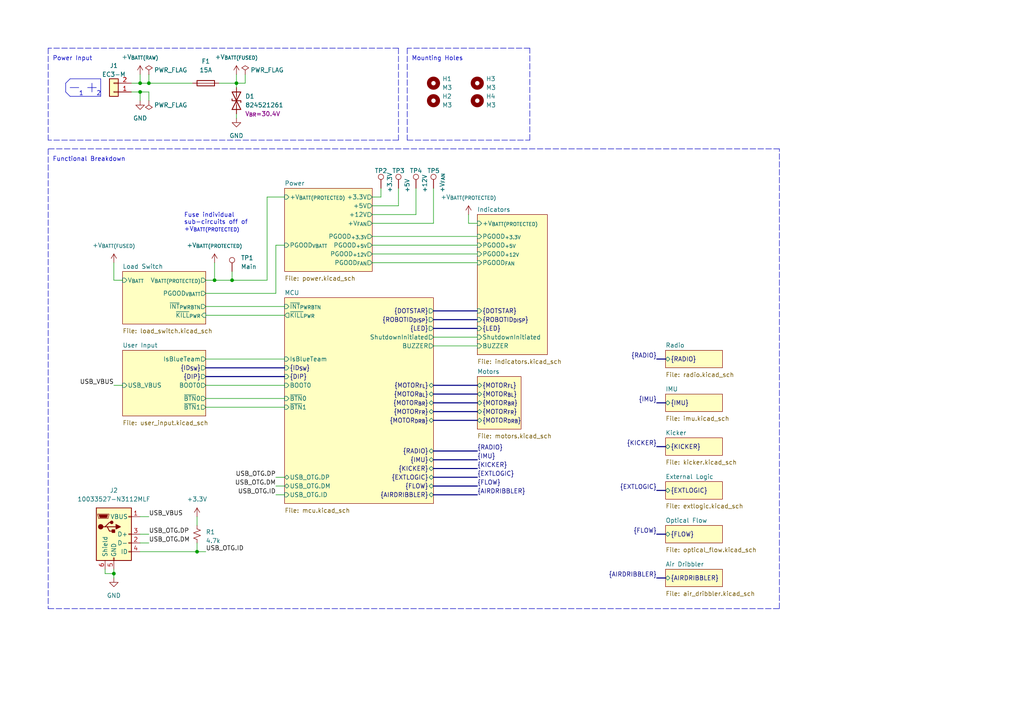
<source format=kicad_sch>
(kicad_sch (version 20230121) (generator eeschema)
  (paper "A4")
  (title_block (title "Control") (date "2023-02-21") (rev "1.0.0") (company "The A-Team (RC SSL)") (comment 1 "W. Stuckey & R. Osawa"))
  (lib_symbols
    (symbol "AT-Supplies:+V_{BATT(FUSED)}" (power) (pin_names (offset 0)) (in_bom no) (on_board no)
      (property "Value" "+V_{BATT(FUSED)}" (at 0 5.08 0))
      (symbol "+V_{BATT(FUSED)}_0_1"
        (polyline (pts (xy -0.76 1.27) (xy 0.002 2.54)))
        (polyline (pts (xy 0.002 0) (xy 0.002 2.54)))
        (polyline (pts (xy 0.002 2.54) (xy 0.764 1.27)))
      )
      (symbol "+V_{BATT(FUSED)}_1_1"
        (pin power_in line (at 0 0 90) (length 0) hide (name "+V_{BATT(FUSED)}") (number "1"))
      )
    )
    (symbol "AT-Supplies:+V_{BATT(PROTECTED)}" (power) (pin_names (offset 0)) (in_bom no) (on_board no)
      (property "Value" "+V_{BATT(PROTECTED)}" (at 0 5.08 0))
      (symbol "+V_{BATT(PROTECTED)}_0_1"
        (polyline (pts (xy -0.76 1.27) (xy 0.002 2.54)))
        (polyline (pts (xy 0.002 0) (xy 0.002 2.54)))
        (polyline (pts (xy 0.002 2.54) (xy 0.764 1.27)))
      )
      (symbol "+V_{BATT(PROTECTED)}_1_1"
        (pin power_in line (at 0 0 90) (length 0) hide (name "+V_{BATT(PROTECTED)}") (number "1"))
      )
    )
    (symbol "AT-Supplies:+V_{BATT(RAW)}" (power) (pin_names (offset 0)) (in_bom no) (on_board no)
      (property "Value" "+V_{BATT(RAW)}" (at 0 5.08 0))
      (symbol "+V_{BATT(RAW)}_0_1"
        (polyline (pts (xy -0.76 1.27) (xy 0.002 2.54)))
        (polyline (pts (xy 0.002 0) (xy 0.002 2.54)))
        (polyline (pts (xy 0.002 2.54) (xy 0.764 1.27)))
      )
      (symbol "+V_{BATT(RAW)}_1_1"
        (pin power_in line (at 0 0 90) (length 0) hide (name "+V_{BATT(RAW)}") (number "1"))
      )
    )
    (symbol "Connector:TestPoint" (pin_numbers hide) (pin_names (offset 0.762) hide)
      (property "Reference" "TP" (at 0 6.858 0))
      (property "Value" "TestPoint" (at 0 5.08 0))
      (symbol "TestPoint_0_1"
        (circle (center 0 3.302) (radius 0.762))
      )
      (symbol "TestPoint_1_1"
        (pin passive line (at 0 0 90) (length 2.54) (name "1") (number "1"))
      )
    )
    (symbol "Connector:USB_OTG" (pin_names (offset 1.016))
      (property "Reference" "J" (at -5.08 11.43 0))
      (property "Value" "USB_OTG" (at -5.08 8.89 0))
      (symbol "USB_OTG_0_1"
        (rectangle (start -5.08 -7.62) (end 5.08 7.62) (stroke (width 0.254)) (fill (type background)))
        (circle (center -3.81 2.159) (radius 0.635) (stroke (width 0.254)) (fill (type outline)))
        (circle (center -0.635 3.429) (radius 0.381) (stroke (width 0.254)) (fill (type outline)))
        (rectangle (start -0.127 -7.62) (end 0.127 -6.858))
        (polyline (pts (xy -1.905 2.159) (xy 0.635 2.159)) (stroke (width 0.254)))
        (polyline (pts (xy -3.175 2.159) (xy -2.54 2.159) (xy -1.27 3.429) (xy -0.635 3.429)) (stroke (width 0.254)))
        (polyline (pts (xy -2.54 2.159) (xy -1.905 2.159) (xy -1.27 0.889) (xy 0 0.889)) (stroke (width 0.254)))
        (polyline (pts (xy 0.635 2.794) (xy 0.635 1.524) (xy 1.905 2.159) (xy 0.635 2.794)) (stroke (width 0.254)) (fill (type outline)))
        (polyline (pts (xy -4.318 5.588) (xy -1.778 5.588) (xy -2.032 4.826) (xy -4.064 4.826) (xy -4.318 5.588)) (fill (type outline)))
        (polyline (pts (xy -4.699 5.842) (xy -4.699 5.588) (xy -4.445 4.826) (xy -4.445 4.572) (xy -1.651 4.572) (xy -1.651 4.826) (xy -1.397 5.588) (xy -1.397 5.842) (xy -4.699 5.842)))
        (rectangle (start 0.254 1.27) (end -0.508 0.508) (stroke (width 0.254)) (fill (type outline)))
        (rectangle (start 5.08 -5.207) (end 4.318 -4.953))
        (rectangle (start 5.08 -2.667) (end 4.318 -2.413))
        (rectangle (start 5.08 -0.127) (end 4.318 0.127))
        (rectangle (start 5.08 4.953) (end 4.318 5.207))
      )
      (symbol "USB_OTG_1_1"
        (pin passive line (at 7.62 5.08 180) (length 2.54) (name "VBUS") (number "1"))
        (pin bidirectional line (at 7.62 -2.54 180) (length 2.54) (name "D-") (number "2"))
        (pin bidirectional line (at 7.62 0 180) (length 2.54) (name "D+") (number "3"))
        (pin passive line (at 7.62 -5.08 180) (length 2.54) (name "ID") (number "4"))
        (pin passive line (at 0 -10.16 90) (length 2.54) (name "GND") (number "5"))
        (pin passive line (at -2.54 -10.16 90) (length 2.54) (name "Shield") (number "6"))
      )
    )
    (symbol "Connector_Generic:Conn_01x02" (pin_names (offset 1.016) hide)
      (property "Reference" "J" (at 0 2.54 0))
      (property "Value" "Conn_01x02" (at 0 -5.08 0))
      (symbol "Conn_01x02_1_1"
        (rectangle (start -1.27 -2.413) (end 0 -2.667) (stroke (width 0.1524)))
        (rectangle (start -1.27 0.127) (end 0 -0.127) (stroke (width 0.1524)))
        (rectangle (start -1.27 1.27) (end 1.27 -3.81) (stroke (width 0.254)) (fill (type background)))
        (pin passive line (at -5.08 0 0) (length 3.81) (name "Pin_1") (number "1"))
        (pin passive line (at -5.08 -2.54 0) (length 3.81) (name "Pin_2") (number "2"))
      )
    )
    (symbol "Device:D_TVS" (pin_numbers hide) (pin_names (offset 1.016) hide)
      (property "Reference" "D" (at 0 2.54 0))
      (property "Value" "D_TVS" (at 0 -2.54 0))
      (symbol "D_TVS_0_1"
        (polyline (pts (xy 1.27 0) (xy -1.27 0)))
        (polyline (pts (xy 0.508 1.27) (xy 0 1.27) (xy 0 -1.27) (xy -0.508 -1.27)) (stroke (width 0.254)))
        (polyline (pts (xy -2.54 1.27) (xy -2.54 -1.27) (xy 2.54 1.27) (xy 2.54 -1.27) (xy -2.54 1.27)) (stroke (width 0.254)))
      )
      (symbol "D_TVS_1_1"
        (pin passive line (at -3.81 0 0) (length 2.54) (name "A1") (number "1"))
        (pin passive line (at 3.81 0 180) (length 2.54) (name "A2") (number "2"))
      )
    )
    (symbol "Device:Fuse" (pin_numbers hide) (pin_names (offset 0))
      (property "Reference" "F" (at 2.032 0 90))
      (property "Value" "Fuse" (at -1.905 0 90))
      (symbol "Fuse_0_1"
        (rectangle (start -0.762 -2.54) (end 0.762 2.54) (stroke (width 0.254)))
        (polyline (pts (xy 0 2.54) (xy 0 -2.54)))
      )
      (symbol "Fuse_1_1"
        (pin passive line (at 0 3.81 270) (length 1.27) (name "~") (number "1"))
        (pin passive line (at 0 -3.81 90) (length 1.27) (name "~") (number "2"))
      )
    )
    (symbol "Device:R_Small_US" (pin_numbers hide) (pin_names (offset 0.254) hide)
      (property "Reference" "R" (at 0.762 0.508 0))
      (property "Value" "R_Small_US" (at 0.762 -1.016 0))
      (symbol "R_Small_US_1_1"
        (polyline (pts (xy 0 0) (xy 1.016 -0.381) (xy 0 -0.762) (xy -1.016 -1.143) (xy 0 -1.524)))
        (polyline (pts (xy 0 1.524) (xy 1.016 1.143) (xy 0 0.762) (xy -1.016 0.381) (xy 0 0)))
        (pin passive line (at 0 2.54 270) (length 1.016) (name "~") (number "1"))
        (pin passive line (at 0 -2.54 90) (length 1.016) (name "~") (number "2"))
      )
    )
    (symbol "Mechanical:MountingHole" (pin_names (offset 1.016))
      (property "Reference" "H" (at 0 5.08 0))
      (property "Value" "MountingHole" (at 0 3.175 0))
      (symbol "MountingHole_0_1"
        (circle (center 0 0) (radius 1.27) (stroke (width 1.27)))
      )
    )
    (symbol "power:+3.3V" (power) (pin_names (offset 0))
      (property "Value" "+3.3V" (at 0 3.556 0))
      (symbol "+3.3V_0_1"
        (polyline (pts (xy -0.762 1.27) (xy 0 2.54)))
        (polyline (pts (xy 0 0) (xy 0 2.54)))
        (polyline (pts (xy 0 2.54) (xy 0.762 1.27)))
      )
      (symbol "+3.3V_1_1"
        (pin power_in line (at 0 0 90) (length 0) hide (name "+3.3V") (number "1"))
      )
    )
    (symbol "power:GND" (power) (pin_names (offset 0))
      (property "Value" "GND" (at 0 -3.81 0))
      (symbol "GND_0_1"
        (polyline (pts (xy 0 0) (xy 0 -1.27) (xy 1.27 -1.27) (xy 0 -2.54) (xy -1.27 -1.27) (xy 0 -1.27)))
      )
      (symbol "GND_1_1"
        (pin power_in line (at 0 0 270) (length 0) hide (name "GND") (number "1"))
      )
    )
    (symbol "power:PWR_FLAG" (power) (pin_numbers hide) (pin_names (offset 0) hide)
      (property "Value" "PWR_FLAG" (at 0 3.81 0))
      (symbol "PWR_FLAG_0_0"
        (pin power_out line (at 0 0 90) (length 0) (name "pwr") (number "1"))
      )
      (symbol "PWR_FLAG_0_1"
        (polyline (pts (xy 0 0) (xy 0 1.27) (xy -1.016 1.905) (xy 0 2.54) (xy 1.016 1.905) (xy 0 1.27)))
      )
    )
  )
  (bus_alias "FLOW" (members "FLOW.TX" "FLOW.RX" "FLOW.BOOT0" "FLOW.~{RST}" "FLOW.~{DET}"))
  (bus_alias "SDMMC" (members "SDMMC.CMD" "SDMMC.D0" "SDMMC.D1" "SDMMC.D2" "SDMMC.D3" "SDMMC.CK"))
  (bus_alias "KICKER" (members "KICKER.~{DET}" "KICKER.PWRON" "KICKER.TX" "KICKER.RX" "KICKER.BOOT0" "KICKER.~{RST}"))
  (bus_alias "EXTLOGIC" (members "EXTLOGIC.TX" "EXTLOGIC.RX" "EXTLOGIC.CK" "EXTLOGIC.NSS" "EXTLOGIC.~{DET}"))
  (bus_alias "IMU" (members "IMU.~{SS}1" "IMU.~{SS}2" "IMU.~{SS}3" "IMU.MOSI" "IMU.MISO" "IMU.SCK" "IMU.INT1" "IMU.INT2" "IMU.~{DET}"))
  (bus_alias "RADIO" (members "RADIO.~{RST}" "RADIO.BOOT0" "RADIO.TX" "RADIO.RX" "RADIO.CTS" "RADIO.RTS" "RADIO.~{DET}"))
  (junction (at 40.64 24.13))
  (junction (at 68.58 24.13))
  (junction (at 33.02 166.37))
  (junction (at 40.64 26.67))
  (junction (at 67.31 81.28))
  (junction (at 43.18 24.13))
  (junction (at 62.23 81.28))
  (junction (at 57.15 160.02))
  (wire (pts (xy 62.23 81.28) (xy 67.31 81.28)))
  (polyline (pts (xy 115.57 13.97) (xy 115.57 40.64)) (stroke (width 0) (type dash)))
  (wire (pts (xy 135.89 64.77) (xy 135.89 62.23)))
  (polyline (pts (xy 29.21 22.86) (xy 20.32 22.86)) (stroke (width 0) (type solid)))
  (wire (pts (xy 59.69 111.76) (xy 82.55 111.76)))
  (polyline (pts (xy 226.06 43.18) (xy 13.97 43.18)) (stroke (width 0) (type dash)))
  (wire (pts (xy 57.15 157.48) (xy 57.15 160.02)))
  (bus (pts (xy 125.73 95.25) (xy 138.43 95.25)))
  (polyline (pts (xy 19.05 26.67) (xy 20.32 27.94)) (stroke (width 0) (type solid)))
  (wire (pts (xy 40.64 21.59) (xy 40.64 24.13)))
  (wire (pts (xy 80.01 71.12) (xy 82.55 71.12)))
  (wire (pts (xy 33.02 166.37) (xy 33.02 167.64)))
  (bus (pts (xy 125.73 119.38) (xy 138.43 119.38)))
  (polyline (pts (xy 115.57 13.97) (xy 13.97 13.97)) (stroke (width 0) (type dash)))
  (bus (pts (xy 125.73 130.81) (xy 138.43 130.81)))
  (bus (pts (xy 125.73 90.17) (xy 138.43 90.17)))
  (bus (pts (xy 59.69 109.22) (xy 82.55 109.22)))
  (wire (pts (xy 68.58 21.59) (xy 68.58 24.13)))
  (wire (pts (xy 107.95 59.69) (xy 115.57 59.69)))
  (polyline (pts (xy 13.97 13.97) (xy 13.97 40.64)) (stroke (width 0) (type dash)))
  (polyline (pts (xy 153.67 13.97) (xy 118.11 13.97)) (stroke (width 0) (type dash)))
  (wire (pts (xy 38.1 24.13) (xy 40.64 24.13)))
  (wire (pts (xy 35.56 111.76) (xy 33.02 111.76)))
  (wire (pts (xy 82.55 57.15) (xy 77.47 57.15)))
  (bus (pts (xy 190.5 142.24) (xy 193.04 142.24)))
  (bus (pts (xy 125.73 133.35) (xy 138.43 133.35)))
  (wire (pts (xy 80.01 138.43) (xy 82.55 138.43)))
  (wire (pts (xy 43.18 29.21) (xy 43.18 26.67)))
  (wire (pts (xy 43.18 21.59) (xy 43.18 24.13)))
  (wire (pts (xy 125.73 97.79) (xy 138.43 97.79)))
  (polyline (pts (xy 115.57 40.64) (xy 13.97 40.64)) (stroke (width 0) (type dash)))
  (wire (pts (xy 40.64 160.02) (xy 57.15 160.02)))
  (wire (pts (xy 38.1 26.67) (xy 40.64 26.67)))
  (wire (pts (xy 40.64 149.86) (xy 43.18 149.86)))
  (wire (pts (xy 67.31 81.28) (xy 77.47 81.28)))
  (wire (pts (xy 107.95 62.23) (xy 120.65 62.23)))
  (wire (pts (xy 107.95 71.12) (xy 138.43 71.12)))
  (wire (pts (xy 107.95 73.66) (xy 138.43 73.66)))
  (polyline (pts (xy 153.67 40.64) (xy 153.67 13.97)) (stroke (width 0) (type dash)))
  (wire (pts (xy 80.01 140.97) (xy 82.55 140.97)))
  (wire (pts (xy 40.64 26.67) (xy 40.64 29.21)))
  (bus (pts (xy 125.73 138.43) (xy 138.43 138.43)))
  (wire (pts (xy 59.69 115.57) (xy 82.55 115.57)))
  (polyline (pts (xy 13.97 176.53) (xy 226.06 176.53)) (stroke (width 0) (type dash)))
  (bus (pts (xy 125.73 111.76) (xy 138.43 111.76)))
  (wire (pts (xy 63.5 24.13) (xy 68.58 24.13)))
  (wire (pts (xy 43.18 24.13) (xy 55.88 24.13)))
  (wire (pts (xy 59.69 160.02) (xy 57.15 160.02)))
  (polyline (pts (xy 22.86 25.4) (xy 20.32 25.4)) (stroke (width 0) (type solid)))
  (wire (pts (xy 62.23 76.2) (xy 62.23 81.28)))
  (bus (pts (xy 125.73 140.97) (xy 138.43 140.97)))
  (wire (pts (xy 40.64 24.13) (xy 43.18 24.13)))
  (wire (pts (xy 33.02 76.2) (xy 33.02 81.28)))
  (polyline (pts (xy 26.67 24.13) (xy 26.67 26.67)) (stroke (width 0) (type solid)))
  (wire (pts (xy 125.73 100.33) (xy 138.43 100.33)))
  (wire (pts (xy 71.12 21.59) (xy 71.12 24.13)))
  (bus (pts (xy 125.73 92.71) (xy 138.43 92.71)))
  (wire (pts (xy 59.69 118.11) (xy 82.55 118.11)))
  (bus (pts (xy 190.5 116.84) (xy 193.04 116.84)))
  (wire (pts (xy 80.01 85.09) (xy 80.01 71.12)))
  (wire (pts (xy 77.47 57.15) (xy 77.47 81.28)))
  (wire (pts (xy 138.43 64.77) (xy 135.89 64.77)))
  (wire (pts (xy 59.69 88.9) (xy 82.55 88.9)))
  (wire (pts (xy 30.48 165.1) (xy 30.48 166.37)))
  (polyline (pts (xy 29.21 27.94) (xy 20.32 27.94)) (stroke (width 0) (type solid)))
  (polyline (pts (xy 20.32 22.86) (xy 19.05 24.13)) (stroke (width 0) (type solid)))
  (wire (pts (xy 107.95 64.77) (xy 125.73 64.77)))
  (wire (pts (xy 59.69 91.44) (xy 82.55 91.44)))
  (wire (pts (xy 115.57 59.69) (xy 115.57 54.61)))
  (bus (pts (xy 125.73 135.89) (xy 138.43 135.89)))
  (wire (pts (xy 40.64 26.67) (xy 43.18 26.67)))
  (bus (pts (xy 193.04 167.64) (xy 190.5 167.64)))
  (wire (pts (xy 30.48 166.37) (xy 33.02 166.37)))
  (polyline (pts (xy 13.97 43.18) (xy 13.97 176.53)) (stroke (width 0) (type dash)))
  (wire (pts (xy 68.58 33.02) (xy 68.58 34.29)))
  (wire (pts (xy 110.49 54.61) (xy 110.49 57.15)))
  (wire (pts (xy 107.95 57.15) (xy 110.49 57.15)))
  (polyline (pts (xy 118.11 13.97) (xy 118.11 40.64)) (stroke (width 0) (type dash)))
  (wire (pts (xy 71.12 24.13) (xy 68.58 24.13)))
  (wire (pts (xy 43.18 157.48) (xy 40.64 157.48)))
  (bus (pts (xy 59.69 106.68) (xy 82.55 106.68)))
  (wire (pts (xy 107.95 76.2) (xy 138.43 76.2)))
  (polyline (pts (xy 29.21 22.86) (xy 29.21 27.94)) (stroke (width 0) (type solid)))
  (wire (pts (xy 107.95 68.58) (xy 138.43 68.58)))
  (bus (pts (xy 125.73 116.84) (xy 138.43 116.84)))
  (bus (pts (xy 125.73 121.92) (xy 138.43 121.92)))
  (wire (pts (xy 43.18 154.94) (xy 40.64 154.94)))
  (wire (pts (xy 80.01 143.51) (xy 82.55 143.51)))
  (bus (pts (xy 125.73 143.51) (xy 138.43 143.51)))
  (wire (pts (xy 33.02 81.28) (xy 35.56 81.28)))
  (bus (pts (xy 125.73 114.3) (xy 138.43 114.3)))
  (bus (pts (xy 190.5 129.54) (xy 193.04 129.54)))
  (wire (pts (xy 57.15 149.86) (xy 57.15 152.4)))
  (bus (pts (xy 190.5 154.94) (xy 193.04 154.94)))
  (wire (pts (xy 67.31 78.74) (xy 67.31 81.28)))
  (polyline (pts (xy 118.11 40.64) (xy 153.67 40.64)) (stroke (width 0) (type dash)))
  (bus (pts (xy 190.5 104.14) (xy 193.04 104.14)))
  (polyline (pts (xy 27.94 25.4) (xy 25.4 25.4)) (stroke (width 0) (type solid)))
  (wire (pts (xy 125.73 64.77) (xy 125.73 54.61)))
  (wire (pts (xy 59.69 85.09) (xy 80.01 85.09)))
  (polyline (pts (xy 226.06 176.53) (xy 226.06 43.18)) (stroke (width 0) (type dash)))
  (wire (pts (xy 33.02 166.37) (xy 33.02 165.1)))
  (polyline (pts (xy 19.05 24.13) (xy 19.05 26.67)) (stroke (width 0) (type solid)))
  (wire (pts (xy 59.69 104.14) (xy 82.55 104.14)))
  (wire (pts (xy 59.69 81.28) (xy 62.23 81.28)))
  (wire (pts (xy 120.65 62.23) (xy 120.65 54.61)))
  (wire (pts (xy 68.58 25.4) (xy 68.58 24.13)))
  (text "Fuse individual\nsub-circuits off of\n+V_{BATT(PROTECTED)}" (at 53.34 67.31 0) (effects (font (size 1.27 1.27)) (justify left bottom)))
  (text "Functional Breakdown" (at 15.24 46.99 0) (effects (font (size 1.27 1.27)) (justify left bottom)))
  (text "2" (at 27.94 27.94 0) (effects (font (size 1.27 1.27)) (justify left bottom)))
  (text "1" (at 22.86 27.94 0) (effects (font (size 1.27 1.27)) (justify left bottom)))
  (text "Mounting Holes" (at 119.38 17.78 0) (effects (font (size 1.27 1.27)) (justify left bottom)))
  (text "Power Input" (at 15.24 17.78 0) (effects (font (size 1.27 1.27)) (justify left bottom)))
  (label "USB_OTG.DM" (at 43.18 157.48 0))
  (label "USB_VBUS" (at 43.18 149.86 0))
  (label "{AIRDRIBBLER}" (at 190.5 167.64 180))
  (label "USB_OTG.DM" (at 80.01 140.97 180))
  (label "USB_OTG.ID" (at 59.69 160.02 0))
  (label "{IMU}" (at 190.5 116.84 180))
  (label "{IMU}" (at 138.43 133.35 0))
  (label "{AIRDRIBBLER}" (at 138.43 143.51 0))
  (label "{FLOW}" (at 190.5 154.94 180))
  (label "{EXTLOGIC}" (at 190.5 142.24 180))
  (label "USB_OTG.ID" (at 80.01 143.51 180))
  (label "{RADIO}" (at 138.43 130.81 0))
  (label "{KICKER}" (at 138.43 135.89 0))
  (label "USB_VBUS" (at 33.02 111.76 180))
  (label "{EXTLOGIC}" (at 138.43 138.43 0))
  (label "USB_OTG.DP" (at 43.18 154.94 0))
  (label "USB_OTG.DP" (at 80.01 138.43 180))
  (label "{KICKER}" (at 190.5 129.54 180))
  (label "{RADIO}" (at 190.5 104.14 180))
  (label "{FLOW}" (at 138.43 140.97 0))
  (symbol (lib_id "Connector:USB_OTG") (at 33.02 154.94 0) (unit 1)
    (property "Reference" "J2" (at 33.02 142.24 0))
    (property "Value" "10033527-N3112MLF" (at 33.02 144.78 0))
    (property "Footprint" "AT-Connectors:10033527-N3112MLF" (effects hide))
    (property "Datasheet" " ~" (effects hide))
  )
  (symbol (lib_id "Connector:TestPoint") (at 67.31 78.74 0) (mirror y) (unit 1) (in_bom no)
    (property "Reference" "TP1" (at 69.85 74.803 0) (effects (justify right)))
    (property "Value" "Main" (at 69.85 77.343 0) (effects (justify right)))
    (property "Footprint" "TestPoint:TestPoint_THTPad_1.0x1.0mm_Drill0.5mm" (effects hide))
  )
  (symbol (lib_id "Mechanical:MountingHole") (at 125.73 24.13 0) (unit 1) (in_bom no)
    (property "Reference" "H1" (at 128.27 22.8599 0) (effects (justify left)))
    (property "Value" "M3" (at 128.27 25.3999 0) (effects (justify left)))
    (property "Footprint" "MountingHole:MountingHole_3.2mm_M3" (effects hide))
  )
  (symbol (lib_id "Connector_Generic:Conn_01x02") (at 33.02 26.67 180) (unit 1) (in_bom no)
    (property "Reference" "J1" (at 33.02 19.05 0))
    (property "Value" "EC3-M" (at 33.02 21.59 0))
    (property "Footprint" "AT-Connectors:XT60-M_TH_WireMount" (effects hide))
  )
  (symbol (lib_id "Device:R_Small_US") (at 57.15 154.94 0) (unit 1)
    (property "Reference" "R1" (at 59.69 154.305 0) (effects (justify left)))
    (property "Value" "4.7k" (at 59.69 156.845 0) (effects (justify left)))
    (property "Footprint" "Resistor_SMD:R_0402_1005Metric" (effects hide))
  )
  (symbol (lib_id "Connector:TestPoint") (at 120.65 54.61 0) (mirror y) (unit 1) (in_bom no)
    (property "Reference" "TP4" (at 120.65 49.53 0))
    (property "Value" "+12V" (at 123.19 55.88 90) (effects (justify left)))
    (property "Footprint" "TestPoint:TestPoint_THTPad_1.0x1.0mm_Drill0.5mm" (effects hide))
  )
  (symbol (lib_id "Mechanical:MountingHole") (at 125.73 29.21 0) (unit 1) (in_bom no)
    (property "Reference" "H2" (at 128.27 27.9399 0) (effects (justify left)))
    (property "Value" "M3" (at 128.27 30.4799 0) (effects (justify left)))
    (property "Footprint" "MountingHole:MountingHole_3.2mm_M3" (effects hide))
  )
  (symbol (lib_id "Connector:TestPoint") (at 115.57 54.61 0) (mirror y) (unit 1) (in_bom no)
    (property "Reference" "TP3" (at 115.57 49.53 0))
    (property "Value" "+5V" (at 118.11 55.88 90) (effects (justify left)))
    (property "Footprint" "TestPoint:TestPoint_THTPad_1.0x1.0mm_Drill0.5mm" (effects hide))
  )
  (symbol (lib_id "AT-Supplies:+V_{BATT(FUSED)}") (at 33.02 76.2 0) (unit 1) (in_bom no) (on_board no)
    (property "Reference" "#PWR01" (effects hide))
    (property "Value" "+V_{BATT(FUSED)}" (at 33.022 71.12 0))
  )
  (symbol (lib_id "power:GND") (at 40.64 29.21 0) (unit 1)
    (property "Reference" "#PWR04" (effects hide))
    (property "Value" "GND" (at 40.64 34.29 0))
  )
  (symbol (lib_id "AT-Supplies:+V_{BATT(RAW)}") (at 40.64 21.59 0) (unit 1) (in_bom no) (on_board no)
    (property "Reference" "#PWR03" (effects hide))
    (property "Value" "+V_{BATT(RAW)}" (at 40.642 16.51 0))
  )
  (symbol (lib_id "Mechanical:MountingHole") (at 138.43 29.21 0) (unit 1) (in_bom no)
    (property "Reference" "H4" (at 140.97 27.9399 0) (effects (justify left)))
    (property "Value" "M3" (at 140.97 30.4799 0) (effects (justify left)))
    (property "Footprint" "MountingHole:MountingHole_3.2mm_M3" (effects hide))
  )
  (symbol (lib_id "Connector:TestPoint") (at 110.49 54.61 0) (mirror y) (unit 1) (in_bom no)
    (property "Reference" "TP2" (at 110.49 49.53 0))
    (property "Value" "+3.3V" (at 113.03 55.88 90) (effects (justify left)))
    (property "Footprint" "TestPoint:TestPoint_THTPad_1.0x1.0mm_Drill0.5mm" (effects hide))
  )
  (symbol (lib_id "AT-Supplies:+V_{BATT(PROTECTED)}") (at 62.23 76.2 0) (unit 1) (in_bom no) (on_board no)
    (property "Reference" "#PWR06" (effects hide))
    (property "Value" "+V_{BATT(PROTECTED)}" (at 62.232 71.12 0))
  )
  (symbol (lib_id "Connector:TestPoint") (at 125.73 54.61 0) (mirror y) (unit 1) (in_bom no)
    (property "Reference" "TP5" (at 125.73 49.53 0))
    (property "Value" "+V_{FAN}" (at 128.27 55.88 90) (effects (justify left)))
    (property "Footprint" "TestPoint:TestPoint_THTPad_1.0x1.0mm_Drill0.5mm" (effects hide))
  )
  (symbol (lib_id "AT-Supplies:+V_{BATT(PROTECTED)}") (at 135.89 62.23 0) (unit 1) (in_bom no) (on_board no)
    (property "Reference" "#PWR09" (effects hide))
    (property "Value" "+V_{BATT(PROTECTED)}" (at 135.892 57.15 0))
  )
  (symbol (lib_id "Device:Fuse") (at 59.69 24.13 90) (unit 1)
    (property "Reference" "F1" (at 59.69 17.78 90))
    (property "Value" "15A" (at 59.69 20.32 90))
    (property "Footprint" "AT-Fuses:3557-2" (effects hide))
  )
  (symbol (lib_id "Mechanical:MountingHole") (at 138.43 24.13 0) (unit 1) (in_bom no)
    (property "Reference" "H3" (at 140.97 22.8599 0) (effects (justify left)))
    (property "Value" "M3" (at 140.97 25.3999 0) (effects (justify left)))
    (property "Footprint" "MountingHole:MountingHole_3.2mm_M3" (effects hide))
  )
  (symbol (lib_id "power:PWR_FLAG") (at 43.18 29.21 180) (unit 1)
    (property "Reference" "#FLG02" (effects hide))
    (property "Value" "PWR_FLAG" (at 49.53 30.48 0))
  )
  (symbol (lib_id "AT-Supplies:+V_{BATT(FUSED)}") (at 68.58 21.59 0) (unit 1) (in_bom no) (on_board no)
    (property "Reference" "#PWR07" (effects hide))
    (property "Value" "+V_{BATT(FUSED)}" (at 68.582 16.51 0))
  )
  (symbol (lib_id "power:PWR_FLAG") (at 71.12 21.59 0) (unit 1)
    (property "Reference" "#FLG03" (effects hide))
    (property "Value" "PWR_FLAG" (at 77.47 20.32 0))
  )
  (symbol (lib_id "power:+3.3V") (at 57.15 149.86 0) (unit 1)
    (property "Reference" "#PWR05" (effects hide))
    (property "Value" "+3.3V" (at 57.15 144.78 0))
  )
  (symbol (lib_id "power:GND") (at 68.58 34.29 0) (unit 1)
    (property "Reference" "#PWR08" (effects hide))
    (property "Value" "GND" (at 68.58 39.37 0))
  )
  (symbol (lib_id "power:PWR_FLAG") (at 43.18 21.59 0) (unit 1)
    (property "Reference" "#FLG01" (effects hide))
    (property "Value" "PWR_FLAG" (at 49.53 20.32 0))
  )
  (symbol (lib_id "Device:D_TVS") (at 68.58 29.21 90) (unit 1)
    (property "Reference" "D1" (at 71.12 27.9399 90) (effects (justify right)))
    (property "Value" "824521261" (at 71.12 30.48 90) (effects (justify right)))
    (property "Footprint" "AT-Discrete:D_SMB_Non-Polar" (effects hide))
    (property "V_{BR}" "V_{BR}=30.4V" (at 76.2 33.02 90))
  )
  (symbol (lib_id "power:GND") (at 33.02 167.64 0) (unit 1)
    (property "Reference" "#PWR02" (effects hide))
    (property "Value" "GND" (at 33.02 172.72 0))
  )
  (sheet (at 193.04 165.1) (size 16.51 5.08) (stroke (width 0.1524)) (fill (color 255 255 194 1.0000))
    (property "Sheetname" "Air Dribbler" (at 193.04 164.3884 0) (effects (justify left bottom)))
    (property "Sheetfile" "air_dribbler.kicad_sch" (at 193.04 171.45 0) (effects (justify left top)))
    (pin "{AIRDRIBBLER}" bidirectional (at 193.04 167.64 180))
  )
  (sheet (at 193.04 114.3) (size 16.51 5.08) (stroke (width 0.1524)) (fill (color 255 255 194 1.0000))
    (property "Sheetname" "IMU" (at 193.04 113.5884 0) (effects (justify left bottom)))
    (property "Sheetfile" "imu.kicad_sch" (at 193.04 120.65 0) (effects (justify left top)))
    (pin "{IMU}" bidirectional (at 193.04 116.84 180))
  )
  (sheet (at 193.04 127) (size 16.51 5.08) (stroke (width 0.1524)) (fill (color 255 255 194 1.0000))
    (property "Sheetname" "Kicker" (at 193.04 126.2884 0) (effects (justify left bottom)))
    (property "Sheetfile" "kicker.kicad_sch" (at 193.04 133.35 0) (effects (justify left top)))
    (pin "{KICKER}" bidirectional (at 193.04 129.54 180))
  )
  (sheet (at 82.55 86.36) (size 43.18 59.69) (stroke (width 0.1524)) (fill (color 255 255 194 1.0000))
    (property "Sheetname" "MCU" (at 82.55 85.6484 0) (effects (justify left bottom)))
    (property "Sheetfile" "mcu.kicad_sch" (at 82.55 147.32 0) (effects (justify left top)))
    (pin "~{INT}_{PWRBTN}" input (at 82.55 88.9 180))
    (pin "~{KILL}_{PWR}" output (at 82.55 91.44 180))
    (pin "~{BTN}1" input (at 82.55 118.11 180))
    (pin "~{BTN}0" input (at 82.55 115.57 180))
    (pin "BUZZER" output (at 125.73 100.33 0))
    (pin "BOOT0" input (at 82.55 111.76 180))
    (pin "IsBlueTeam" input (at 82.55 104.14 180))
    (pin "{ID_{SW}}" input (at 82.55 106.68 180))
    (pin "{DIP}" input (at 82.55 109.22 180))
    (pin "{ROBOTID_{DISP}}" output (at 125.73 92.71 0))
    (pin "{LED}" output (at 125.73 95.25 0))
    (pin "{DOTSTAR}" output (at 125.73 90.17 0))
    (pin "{RADIO}" bidirectional (at 125.73 130.81 0))
    (pin "{MOTOR_{FL}}" bidirectional (at 125.73 111.76 0))
    (pin "{MOTOR_{BR}}" bidirectional (at 125.73 116.84 0))
    (pin "{MOTOR_{BL}}" bidirectional (at 125.73 114.3 0))
    (pin "{MOTOR_{FR}}" bidirectional (at 125.73 119.38 0))
    (pin "{MOTOR_{DRB}}" bidirectional (at 125.73 121.92 0))
    (pin "{IMU}" bidirectional (at 125.73 133.35 0))
    (pin "{FLOW}" bidirectional (at 125.73 140.97 0))
    (pin "{KICKER}" bidirectional (at 125.73 135.89 0))
    (pin "{EXTLOGIC}" bidirectional (at 125.73 138.43 0))
    (pin "USB_OTG.DM" bidirectional (at 82.55 140.97 180))
    (pin "USB_OTG.DP" bidirectional (at 82.55 138.43 180))
    (pin "USB_OTG.ID" input (at 82.55 143.51 180))
    (pin "ShutdownInitiated" output (at 125.73 97.79 0))
    (pin "{AIRDRIBBLER}" bidirectional (at 125.73 143.51 0))
  )
  (sheet (at 82.55 54.61) (size 25.4 24.13) (stroke (width 0.1524)) (fill (color 255 255 194 1.0000))
    (property "Sheetname" "Power" (at 82.55 53.8984 0) (effects (justify left bottom)))
    (property "Sheetfile" "power.kicad_sch" (at 82.55 80.01 0) (effects (justify left top)))
    (pin "PGOOD_{VBATT}" input (at 82.55 71.12 180))
    (pin "PGOOD_{+5V}" output (at 107.95 71.12 0))
    (pin "PGOOD_{+3.3V}" output (at 107.95 68.58 0))
    (pin "PGOOD_{FAN}" output (at 107.95 76.2 0))
    (pin "PGOOD_{+12V}" output (at 107.95 73.66 0))
    (pin "+12V" output (at 107.95 62.23 0))
    (pin "+V_{FAN}" output (at 107.95 64.77 0))
    (pin "+V_{BATT(PROTECTED)}" input (at 82.55 57.15 180))
    (pin "+3.3V" output (at 107.95 57.15 0))
    (pin "+5V" output (at 107.95 59.69 0))
  )
  (sheet (at 138.43 62.23) (size 20.32 40.64) (stroke (width 0.1524)) (fill (color 255 255 194 1.0000))
    (property "Sheetname" "Indicators" (at 138.43 61.5184 0) (effects (justify left bottom)))
    (property "Sheetfile" "indicators.kicad_sch" (at 138.43 104.14 0) (effects (justify left top)))
    (pin "PGOOD_{+5V}" input (at 138.43 71.12 180))
    (pin "PGOOD_{+12V}" input (at 138.43 73.66 180))
    (pin "PGOOD_{+3.3V}" input (at 138.43 68.58 180))
    (pin "+V_{BATT(PROTECTED)}" input (at 138.43 64.77 180))
    (pin "PGOOD_{FAN}" input (at 138.43 76.2 180))
    (pin "{LED}" input (at 138.43 95.25 180))
    (pin "{ROBOTID_{DISP}}" input (at 138.43 92.71 180))
    (pin "{DOTSTAR}" input (at 138.43 90.17 180))
    (pin "BUZZER" input (at 138.43 100.33 180))
    (pin "ShutdownInitiated" input (at 138.43 97.79 180))
  )
  (sheet (at 193.04 139.7) (size 16.51 5.08) (stroke (width 0.1524)) (fill (color 255 255 194 1.0000))
    (property "Sheetname" "External Logic" (at 193.04 138.9884 0) (effects (justify left bottom)))
    (property "Sheetfile" "extlogic.kicad_sch" (at 193.04 146.05 0) (effects (justify left top)))
    (pin "{EXTLOGIC}" bidirectional (at 193.04 142.24 180))
  )
  (sheet (at 193.04 152.4) (size 16.51 5.08) (stroke (width 0.1524)) (fill (color 255 255 194 1.0000))
    (property "Sheetname" "Optical Flow" (at 193.04 151.6884 0) (effects (justify left bottom)))
    (property "Sheetfile" "optical_flow.kicad_sch" (at 193.04 158.75 0) (effects (justify left top)))
    (pin "{FLOW}" bidirectional (at 193.04 154.94 180))
  )
  (sheet (at 138.43 109.22) (size 12.7 15.24) (stroke (width 0.1524)) (fill (color 255 255 194 1.0000))
    (property "Sheetname" "Motors" (at 138.43 108.5084 0) (effects (justify left bottom)))
    (property "Sheetfile" "motors.kicad_sch" (at 138.43 125.73 0) (effects (justify left top)))
    (pin "{MOTOR_{FL}}" bidirectional (at 138.43 111.76 180))
    (pin "{MOTOR_{BL}}" bidirectional (at 138.43 114.3 180))
    (pin "{MOTOR_{FR}}" bidirectional (at 138.43 119.38 180))
    (pin "{MOTOR_{BR}}" bidirectional (at 138.43 116.84 180))
    (pin "{MOTOR_{DRB}}" bidirectional (at 138.43 121.92 180))
  )
  (sheet (at 193.04 101.6) (size 16.51 5.08) (stroke (width 0.1524)) (fill (color 255 255 194 1.0000))
    (property "Sheetname" "Radio" (at 193.04 100.8884 0) (effects (justify left bottom)))
    (property "Sheetfile" "radio.kicad_sch" (at 193.04 107.95 0) (effects (justify left top)))
    (pin "{RADIO}" bidirectional (at 193.04 104.14 180))
  )
  (sheet (at 35.56 101.6) (size 24.13 19.05) (stroke (width 0.1524)) (fill (color 255 255 194 1.0000))
    (property "Sheetname" "User Input" (at 35.56 100.8884 0) (effects (justify left bottom)))
    (property "Sheetfile" "user_input.kicad_sch" (at 35.56 121.92 0) (effects (justify left top)))
    (pin "{DIP}" output (at 59.69 109.22 0))
    (pin "BOOT0" output (at 59.69 111.76 0))
    (pin "{ID_{SW}}" output (at 59.69 106.68 0))
    (pin "USB_VBUS" input (at 35.56 111.76 180))
    (pin "IsBlueTeam" output (at 59.69 104.14 0))
    (pin "~{BTN}1" output (at 59.69 118.11 0))
    (pin "~{BTN}0" output (at 59.69 115.57 0))
  )
  (sheet (at 35.56 78.74) (size 24.13 15.24) (stroke (width 0.1524)) (fill (color 255 255 194 1.0000))
    (property "Sheetname" "Load Switch" (at 35.56 78.0284 0) (effects (justify left bottom)))
    (property "Sheetfile" "load_switch.kicad_sch" (at 35.56 95.25 0) (effects (justify left top)))
    (pin "V_{BATT}" input (at 35.56 81.28 180))
    (pin "V_{BATT(PROTECTED)}" output (at 59.69 81.28 0))
    (pin "PGOOD_{VBATT}" output (at 59.69 85.09 0))
    (pin "~{INT}_{PWRBTN}" output (at 59.69 88.9 0))
    (pin "~{KILL}_{PWR}" input (at 59.69 91.44 0))
  )
)
</source>
